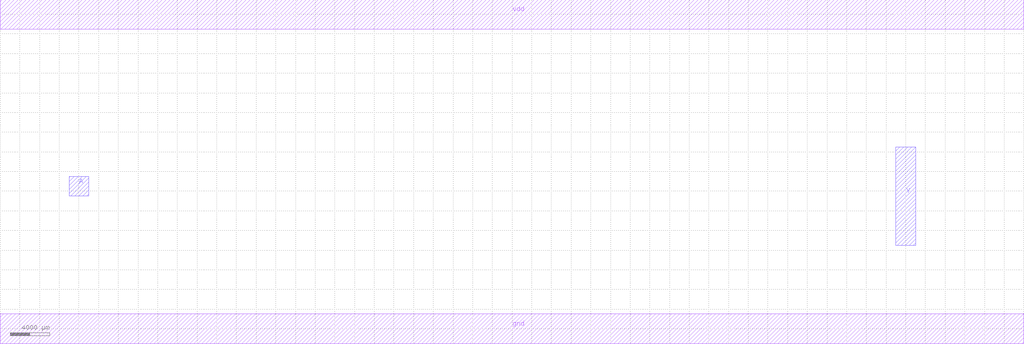
<source format=lef>
MACRO CLKBUF2
 CLASS CORE ;
 ORIGIN 0 0 ;
 FOREIGN CLKBUF2 0 0 ;
 SITE CORE ;
 SYMMETRY X Y R90 ;
  PIN vdd
   DIRECTION INOUT ;
   USE SIGNAL ;
   SHAPE ABUTMENT ;
    PORT
     CLASS CORE ;
       LAYER metal1 ;
        RECT 0.00000000 30500.00000000 104000.00000000 33500.00000000 ;
    END
  END vdd

  PIN gnd
   DIRECTION INOUT ;
   USE SIGNAL ;
   SHAPE ABUTMENT ;
    PORT
     CLASS CORE ;
       LAYER metal1 ;
        RECT 0.00000000 -1500.00000000 104000.00000000 1500.00000000 ;
    END
  END gnd

  PIN A
   DIRECTION INOUT ;
   USE SIGNAL ;
   SHAPE ABUTMENT ;
    PORT
     CLASS CORE ;
       LAYER metal2 ;
        RECT 7000.00000000 13500.00000000 9000.00000000 15500.00000000 ;
    END
  END A

  PIN Y
   DIRECTION INOUT ;
   USE SIGNAL ;
   SHAPE ABUTMENT ;
    PORT
     CLASS CORE ;
       LAYER metal2 ;
        RECT 91000.00000000 8500.00000000 93000.00000000 18500.00000000 ;
    END
  END Y


END CLKBUF2

</source>
